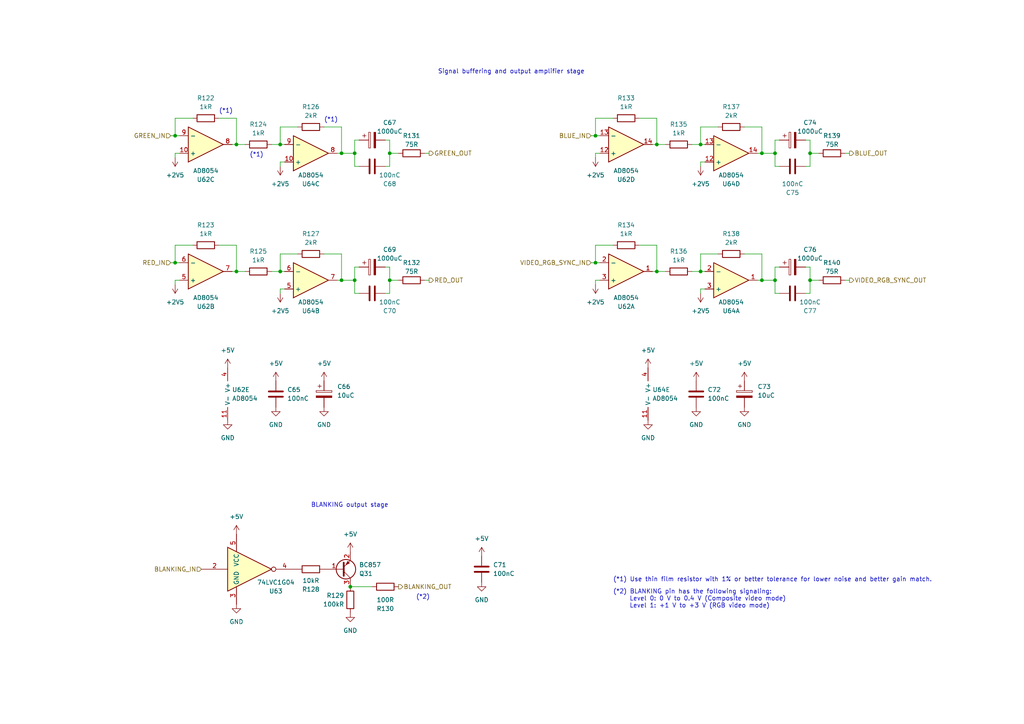
<source format=kicad_sch>
(kicad_sch (version 20230121) (generator eeschema)
  (paper "A4")
  (lib_symbols
    (symbol "74xGxx:74AHC1G04"
      (property "Reference" "U" (at -2.54 3.81 0))
      (property "Value" "74AHC1G04" (at 0 -3.81 0))
      (symbol "74AHC1G04_0_1"
        (polyline (pts (xy -7.62 6.35) (xy -7.62 -6.35) (xy 5.08 0) (xy -7.62 6.35)) (stroke (width 0.254)) (fill (type background)))
      )
      (symbol "74AHC1G04_1_1"
        (pin input line (at -15.24 0 0) (length 7.62) (name "~") (number "2"))
        (pin power_in line (at -5.08 -10.16 90) (length 5.08) (name "GND") (number "3"))
        (pin output inverted (at 12.7 0 180) (length 7.62) (name "~") (number "4"))
        (pin power_in line (at -5.08 10.16 270) (length 5.08) (name "VCC") (number "5"))
      )
    )
    (symbol "Amplifier_Operational:ADA4610-4xR"
      (property "Reference" "U" (at 0 3.81 0))
      (property "Value" "ADA4610-4xR" (at 0 -3.81 0))
      (symbol "ADA4610-4xR_1_1"
        (polyline (pts (xy -5.08 5.08) (xy 5.08 0) (xy -5.08 -5.08) (xy -5.08 5.08)) (stroke (width 0.254)) (fill (type background)))
        (pin output line (at 7.62 0 180) (length 2.54) (name "~") (number "1"))
        (pin input line (at -7.62 -2.54 0) (length 2.54) (name "-") (number "2"))
        (pin input line (at -7.62 2.54 0) (length 2.54) (name "+") (number "3"))
      )
      (symbol "ADA4610-4xR_2_1"
        (polyline (pts (xy -5.08 5.08) (xy 5.08 0) (xy -5.08 -5.08) (xy -5.08 5.08)) (stroke (width 0.254)) (fill (type background)))
        (pin input line (at -7.62 2.54 0) (length 2.54) (name "+") (number "5"))
        (pin input line (at -7.62 -2.54 0) (length 2.54) (name "-") (number "6"))
        (pin output line (at 7.62 0 180) (length 2.54) (name "~") (number "7"))
      )
      (symbol "ADA4610-4xR_3_1"
        (polyline (pts (xy -5.08 5.08) (xy 5.08 0) (xy -5.08 -5.08) (xy -5.08 5.08)) (stroke (width 0.254)) (fill (type background)))
        (pin input line (at -7.62 2.54 0) (length 2.54) (name "+") (number "10"))
        (pin output line (at 7.62 0 180) (length 2.54) (name "~") (number "8"))
        (pin input line (at -7.62 -2.54 0) (length 2.54) (name "-") (number "9"))
      )
      (symbol "ADA4610-4xR_4_1"
        (polyline (pts (xy -5.08 5.08) (xy 5.08 0) (xy -5.08 -5.08) (xy -5.08 5.08)) (stroke (width 0.254)) (fill (type background)))
        (pin input line (at -7.62 2.54 0) (length 2.54) (name "+") (number "12"))
        (pin input line (at -7.62 -2.54 0) (length 2.54) (name "-") (number "13"))
        (pin output line (at 7.62 0 180) (length 2.54) (name "~") (number "14"))
      )
      (symbol "ADA4610-4xR_5_1"
        (pin power_in line (at -2.54 -7.62 90) (length 3.81) (name "V-") (number "11"))
        (pin power_in line (at -2.54 7.62 270) (length 3.81) (name "V+") (number "4"))
      )
    )
    (symbol "Device:C" (pin_numbers hide) (pin_names (offset 0.254))
      (property "Reference" "C" (at 0.635 2.54 0))
      (property "Value" "C" (at 0.635 -2.54 0))
      (symbol "C_0_1"
        (polyline (pts (xy -2.032 -0.762) (xy 2.032 -0.762)) (stroke (width 0.508)))
        (polyline (pts (xy -2.032 0.762) (xy 2.032 0.762)) (stroke (width 0.508)))
      )
      (symbol "C_1_1"
        (pin passive line (at 0 3.81 270) (length 2.794) (name "~") (number "1"))
        (pin passive line (at 0 -3.81 90) (length 2.794) (name "~") (number "2"))
      )
    )
    (symbol "Device:C_Polarized" (pin_numbers hide) (pin_names (offset 0.254))
      (property "Reference" "C" (at 0.635 2.54 0))
      (property "Value" "C_Polarized" (at 0.635 -2.54 0))
      (symbol "C_Polarized_0_1"
        (rectangle (start -2.286 0.508) (end 2.286 1.016))
        (polyline (pts (xy -1.778 2.286) (xy -0.762 2.286)))
        (polyline (pts (xy -1.27 2.794) (xy -1.27 1.778)))
        (rectangle (start 2.286 -0.508) (end -2.286 -1.016) (fill (type outline)))
      )
      (symbol "C_Polarized_1_1"
        (pin passive line (at 0 3.81 270) (length 2.794) (name "~") (number "1"))
        (pin passive line (at 0 -3.81 90) (length 2.794) (name "~") (number "2"))
      )
    )
    (symbol "Device:R" (pin_numbers hide) (pin_names (offset 0))
      (property "Reference" "R" (at 2.032 0 90))
      (property "Value" "R" (at 0 0 90))
      (symbol "R_0_1"
        (rectangle (start -1.016 -2.54) (end 1.016 2.54) (stroke (width 0.254)))
      )
      (symbol "R_1_1"
        (pin passive line (at 0 3.81 270) (length 1.27) (name "~") (number "1"))
        (pin passive line (at 0 -3.81 90) (length 1.27) (name "~") (number "2"))
      )
    )
    (symbol "Transistor_BJT:BC857" (pin_names (offset 0) hide)
      (property "Reference" "Q" (at 5.08 1.905 0))
      (property "Value" "BC857" (at 5.08 0 0))
      (symbol "BC857_0_1"
        (polyline (pts (xy 0.635 0.635) (xy 2.54 2.54)))
        (polyline (pts (xy 0.635 -0.635) (xy 2.54 -2.54) (xy 2.54 -2.54)))
        (polyline (pts (xy 0.635 1.905) (xy 0.635 -1.905) (xy 0.635 -1.905)) (stroke (width 0.508)))
        (polyline (pts (xy 2.286 -1.778) (xy 1.778 -2.286) (xy 1.27 -1.27) (xy 2.286 -1.778) (xy 2.286 -1.778)) (fill (type outline)))
        (circle (center 1.27 0) (radius 2.8194) (stroke (width 0.254)))
      )
      (symbol "BC857_1_1"
        (pin input line (at -5.08 0 0) (length 5.715) (name "B") (number "1"))
        (pin passive line (at 2.54 -5.08 90) (length 2.54) (name "E") (number "2"))
        (pin passive line (at 2.54 5.08 270) (length 2.54) (name "C") (number "3"))
      )
    )
    (symbol "power:+2V5" (power) (pin_names (offset 0))
      (property "Value" "+2V5" (at 0 3.556 0))
      (symbol "+2V5_0_1"
        (polyline (pts (xy -0.762 1.27) (xy 0 2.54)))
        (polyline (pts (xy 0 0) (xy 0 2.54)))
        (polyline (pts (xy 0 2.54) (xy 0.762 1.27)))
      )
      (symbol "+2V5_1_1"
        (pin power_in line (at 0 0 90) (length 0) hide (name "+2V5") (number "1"))
      )
    )
    (symbol "power:+5V" (power) (pin_names (offset 0))
      (property "Value" "+5V" (at 0 3.556 0))
      (symbol "+5V_0_1"
        (polyline (pts (xy -0.762 1.27) (xy 0 2.54)))
        (polyline (pts (xy 0 0) (xy 0 2.54)))
        (polyline (pts (xy 0 2.54) (xy 0.762 1.27)))
      )
      (symbol "+5V_1_1"
        (pin power_in line (at 0 0 90) (length 0) hide (name "+5V") (number "1"))
      )
    )
    (symbol "power:GND" (power) (pin_names (offset 0))
      (property "Value" "GND" (at 0 -3.81 0))
      (symbol "GND_0_1"
        (polyline (pts (xy 0 0) (xy 0 -1.27) (xy 1.27 -1.27) (xy 0 -2.54) (xy -1.27 -1.27) (xy 0 -1.27)))
      )
      (symbol "GND_1_1"
        (pin power_in line (at 0 0 270) (length 0) hide (name "GND") (number "1"))
      )
    )
  )
  (junction (at 50.8 76.2))
  (junction (at 220.98 81.28))
  (junction (at 68.58 41.91))
  (junction (at 190.5 41.91))
  (junction (at 234.95 81.28))
  (junction (at 99.06 81.28))
  (junction (at 50.8 39.37))
  (junction (at 113.03 44.45))
  (junction (at 81.28 41.91))
  (junction (at 102.87 81.28))
  (junction (at 203.2 41.91))
  (junction (at 102.87 44.45))
  (junction (at 234.95 44.45))
  (junction (at 99.06 44.45))
  (junction (at 172.72 76.2))
  (junction (at 113.03 81.28))
  (junction (at 68.58 78.74))
  (junction (at 203.2 78.74))
  (junction (at 224.79 81.28))
  (junction (at 101.6 170.18))
  (junction (at 172.72 39.37))
  (junction (at 190.5 78.74))
  (junction (at 224.79 44.45))
  (junction (at 220.98 44.45))
  (junction (at 81.28 78.74))
  (wire (pts (xy 173.99 81.28) (xy 172.72 81.28)))
  (wire (pts (xy 67.31 41.91) (xy 68.58 41.91)))
  (wire (pts (xy 185.42 71.12) (xy 190.5 71.12)))
  (wire (pts (xy 224.79 81.28) (xy 224.79 85.09)))
  (wire (pts (xy 55.88 34.29) (xy 50.8 34.29)))
  (wire (pts (xy 172.72 44.45) (xy 172.72 45.72)))
  (wire (pts (xy 172.72 34.29) (xy 177.8 34.29)))
  (wire (pts (xy 203.2 36.83) (xy 203.2 41.91)))
  (wire (pts (xy 234.95 48.26) (xy 233.68 48.26)))
  (wire (pts (xy 215.9 73.66) (xy 220.98 73.66)))
  (wire (pts (xy 99.06 81.28) (xy 102.87 81.28)))
  (wire (pts (xy 49.53 76.2) (xy 50.8 76.2)))
  (wire (pts (xy 177.8 71.12) (xy 172.72 71.12)))
  (wire (pts (xy 50.8 81.28) (xy 50.8 82.55)))
  (wire (pts (xy 99.06 44.45) (xy 102.87 44.45)))
  (wire (pts (xy 102.87 40.64) (xy 104.14 40.64)))
  (wire (pts (xy 113.03 81.28) (xy 113.03 85.09)))
  (wire (pts (xy 203.2 78.74) (xy 204.47 78.74)))
  (wire (pts (xy 113.03 48.26) (xy 111.76 48.26)))
  (wire (pts (xy 50.8 76.2) (xy 52.07 76.2)))
  (wire (pts (xy 124.46 44.45) (xy 123.19 44.45)))
  (wire (pts (xy 81.28 83.82) (xy 81.28 85.09)))
  (wire (pts (xy 233.68 40.64) (xy 234.95 40.64)))
  (wire (pts (xy 234.95 81.28) (xy 234.95 85.09)))
  (wire (pts (xy 81.28 73.66) (xy 81.28 78.74)))
  (wire (pts (xy 224.79 44.45) (xy 224.79 48.26)))
  (wire (pts (xy 172.72 81.28) (xy 172.72 82.55)))
  (wire (pts (xy 78.74 41.91) (xy 81.28 41.91)))
  (wire (pts (xy 113.03 44.45) (xy 113.03 48.26)))
  (wire (pts (xy 220.98 44.45) (xy 219.71 44.45)))
  (wire (pts (xy 234.95 44.45) (xy 234.95 48.26)))
  (wire (pts (xy 220.98 81.28) (xy 224.79 81.28)))
  (wire (pts (xy 55.88 71.12) (xy 50.8 71.12)))
  (wire (pts (xy 190.5 78.74) (xy 193.04 78.74)))
  (wire (pts (xy 68.58 34.29) (xy 68.58 41.91)))
  (wire (pts (xy 172.72 39.37) (xy 172.72 34.29)))
  (wire (pts (xy 208.28 36.83) (xy 203.2 36.83)))
  (wire (pts (xy 234.95 81.28) (xy 237.49 81.28)))
  (wire (pts (xy 68.58 41.91) (xy 71.12 41.91)))
  (wire (pts (xy 203.2 46.99) (xy 203.2 48.26)))
  (wire (pts (xy 203.2 73.66) (xy 203.2 78.74)))
  (wire (pts (xy 246.38 44.45) (xy 245.11 44.45)))
  (wire (pts (xy 99.06 81.28) (xy 99.06 73.66)))
  (wire (pts (xy 220.98 36.83) (xy 220.98 44.45)))
  (wire (pts (xy 102.87 40.64) (xy 102.87 44.45)))
  (wire (pts (xy 200.66 78.74) (xy 203.2 78.74)))
  (wire (pts (xy 190.5 41.91) (xy 193.04 41.91)))
  (wire (pts (xy 81.28 46.99) (xy 82.55 46.99)))
  (wire (pts (xy 111.76 40.64) (xy 113.03 40.64)))
  (wire (pts (xy 190.5 34.29) (xy 190.5 41.91)))
  (wire (pts (xy 86.36 73.66) (xy 81.28 73.66)))
  (wire (pts (xy 233.68 85.09) (xy 234.95 85.09)))
  (wire (pts (xy 246.38 81.28) (xy 245.11 81.28)))
  (wire (pts (xy 185.42 34.29) (xy 190.5 34.29)))
  (wire (pts (xy 68.58 71.12) (xy 68.58 78.74)))
  (wire (pts (xy 102.87 77.47) (xy 104.14 77.47)))
  (wire (pts (xy 171.45 39.37) (xy 172.72 39.37)))
  (wire (pts (xy 81.28 36.83) (xy 81.28 41.91)))
  (wire (pts (xy 203.2 46.99) (xy 204.47 46.99)))
  (wire (pts (xy 200.66 41.91) (xy 203.2 41.91)))
  (wire (pts (xy 113.03 40.64) (xy 113.03 44.45)))
  (wire (pts (xy 93.98 73.66) (xy 99.06 73.66)))
  (wire (pts (xy 224.79 77.47) (xy 224.79 81.28)))
  (wire (pts (xy 111.76 85.09) (xy 113.03 85.09)))
  (wire (pts (xy 208.28 73.66) (xy 203.2 73.66)))
  (wire (pts (xy 104.14 48.26) (xy 102.87 48.26)))
  (wire (pts (xy 111.76 77.47) (xy 113.03 77.47)))
  (wire (pts (xy 113.03 81.28) (xy 115.57 81.28)))
  (wire (pts (xy 220.98 44.45) (xy 224.79 44.45)))
  (wire (pts (xy 224.79 77.47) (xy 226.06 77.47)))
  (wire (pts (xy 173.99 44.45) (xy 172.72 44.45)))
  (wire (pts (xy 234.95 44.45) (xy 237.49 44.45)))
  (wire (pts (xy 68.58 78.74) (xy 71.12 78.74)))
  (wire (pts (xy 226.06 48.26) (xy 224.79 48.26)))
  (wire (pts (xy 81.28 83.82) (xy 82.55 83.82)))
  (wire (pts (xy 203.2 83.82) (xy 203.2 85.09)))
  (wire (pts (xy 190.5 71.12) (xy 190.5 78.74)))
  (wire (pts (xy 102.87 44.45) (xy 102.87 48.26)))
  (wire (pts (xy 171.45 76.2) (xy 172.72 76.2)))
  (wire (pts (xy 203.2 83.82) (xy 204.47 83.82)))
  (wire (pts (xy 102.87 77.47) (xy 102.87 81.28)))
  (wire (pts (xy 104.14 85.09) (xy 102.87 85.09)))
  (wire (pts (xy 173.99 39.37) (xy 172.72 39.37)))
  (wire (pts (xy 81.28 41.91) (xy 82.55 41.91)))
  (wire (pts (xy 50.8 39.37) (xy 52.07 39.37)))
  (wire (pts (xy 124.46 81.28) (xy 123.19 81.28)))
  (wire (pts (xy 215.9 36.83) (xy 220.98 36.83)))
  (wire (pts (xy 52.07 81.28) (xy 50.8 81.28)))
  (wire (pts (xy 99.06 36.83) (xy 99.06 44.45)))
  (wire (pts (xy 226.06 85.09) (xy 224.79 85.09)))
  (wire (pts (xy 220.98 81.28) (xy 219.71 81.28)))
  (wire (pts (xy 50.8 71.12) (xy 50.8 76.2)))
  (wire (pts (xy 172.72 76.2) (xy 173.99 76.2)))
  (wire (pts (xy 113.03 77.47) (xy 113.03 81.28)))
  (wire (pts (xy 93.98 36.83) (xy 99.06 36.83)))
  (wire (pts (xy 224.79 40.64) (xy 224.79 44.45)))
  (wire (pts (xy 99.06 44.45) (xy 97.79 44.45)))
  (wire (pts (xy 172.72 71.12) (xy 172.72 76.2)))
  (wire (pts (xy 68.58 78.74) (xy 67.31 78.74)))
  (wire (pts (xy 49.53 39.37) (xy 50.8 39.37)))
  (wire (pts (xy 63.5 34.29) (xy 68.58 34.29)))
  (wire (pts (xy 233.68 77.47) (xy 234.95 77.47)))
  (wire (pts (xy 50.8 44.45) (xy 52.07 44.45)))
  (wire (pts (xy 203.2 41.91) (xy 204.47 41.91)))
  (wire (pts (xy 224.79 40.64) (xy 226.06 40.64)))
  (wire (pts (xy 190.5 78.74) (xy 189.23 78.74)))
  (wire (pts (xy 81.28 78.74) (xy 82.55 78.74)))
  (wire (pts (xy 50.8 34.29) (xy 50.8 39.37)))
  (wire (pts (xy 190.5 41.91) (xy 189.23 41.91)))
  (wire (pts (xy 220.98 73.66) (xy 220.98 81.28)))
  (wire (pts (xy 81.28 46.99) (xy 81.28 48.26)))
  (wire (pts (xy 101.6 170.18) (xy 107.95 170.18)))
  (wire (pts (xy 113.03 44.45) (xy 115.57 44.45)))
  (wire (pts (xy 234.95 40.64) (xy 234.95 44.45)))
  (wire (pts (xy 97.79 81.28) (xy 99.06 81.28)))
  (wire (pts (xy 63.5 71.12) (xy 68.58 71.12)))
  (wire (pts (xy 78.74 78.74) (xy 81.28 78.74)))
  (wire (pts (xy 234.95 77.47) (xy 234.95 81.28)))
  (wire (pts (xy 102.87 81.28) (xy 102.87 85.09)))
  (wire (pts (xy 86.36 36.83) (xy 81.28 36.83)))
  (wire (pts (xy 50.8 44.45) (xy 50.8 45.72)))
  (text "(*1)" (at 93.98 35.56 0) (effects (font (size 1.27 1.27)) (justify left bottom)))
  (text "(*1) Use thin film resistor with 1% or better tolerance for lower noise and better gain match." (at 177.8 168.91 0) (effects (font (size 1.27 1.27)) (justify left bottom)))
  (text "(*2)" (at 120.65 173.99 0) (effects (font (size 1.27 1.27)) (justify left bottom)))
  (text "Signal buffering and output amplifier stage" (at 127 21.59 0) (effects (font (size 1.27 1.27)) (justify left bottom)))
  (text "(*1)" (at 72.39 45.72 0) (effects (font (size 1.27 1.27)) (justify left bottom)))
  (text "(*1)" (at 63.5 33.02 0) (effects (font (size 1.27 1.27)) (justify left bottom)))
  (text "BLANKING output stage" (at 90.17 147.32 0) (effects (font (size 1.27 1.27)) (justify left bottom)))
  (text "(*2) BLANKING pin has the following signaling:\n	Level 0: 0 V to 0.4 V (Composite video mode)\n	Level 1: +1 V to +3 V (RGB video mode)" (at 177.8 176.53 0) (effects (font (size 1.27 1.27)) (justify left bottom)))
  (hierarchical_label "GREEN_IN" (shape input) (at 49.53 39.37 180))
  (hierarchical_label "GREEN_OUT" (shape output) (at 124.46 44.45 0))
  (hierarchical_label "RED_OUT" (shape output) (at 124.46 81.28 0))
  (hierarchical_label "VIDEO_RGB_SYNC_OUT" (shape output) (at 246.38 81.28 0))
  (hierarchical_label "BLUE_IN" (shape input) (at 171.45 39.37 180))
  (hierarchical_label "BLUE_OUT" (shape output) (at 246.38 44.45 0))
  (hierarchical_label "RED_IN" (shape input) (at 49.53 76.2 180))
  (hierarchical_label "BLANKING_IN" (shape input) (at 58.42 165.1 180))
  (hierarchical_label "BLANKING_OUT" (shape output) (at 115.57 170.18 0))
  (hierarchical_label "VIDEO_RGB_SYNC_IN" (shape input) (at 171.45 76.2 180))
  (symbol (lib_id "Device:C_Polarized") (at 229.87 40.64 90) (mirror x) (unit 1)
    (property "Reference" "C74" (at 234.95 35.56 90))
    (property "Value" "1000uC" (at 234.95 38.1 90))
    (property "Footprint" "Capacitor_SMD:CP_Elec_10x10.5" (effects hide))
    (property "Datasheet" "https://datasheet.lcsc.com/lcsc/2304140030_PANASONIC-EEEFT1C102AP_C178587.pdf" (effects hide))
    (property "Status" "OK" (effects hide))
    (property "MPN" "EEEFT1C102AP" (effects hide))
  )
  (symbol (lib_id "power:+2V5") (at 203.2 85.09 180) (unit 1)
    (property "Reference" "#PWR0442" (effects hide))
    (property "Value" "+2V5" (at 203.2 90.17 0))
  )
  (symbol (lib_id "power:GND") (at 80.01 118.11 0) (unit 1)
    (property "Reference" "#PWR0426" (effects hide))
    (property "Value" "GND" (at 80.01 123.19 0))
  )
  (symbol (lib_id "Device:C") (at 80.01 114.3 0) (unit 1)
    (property "Reference" "C65" (at 83.312 113.03 0) (effects (justify left)))
    (property "Value" "100nC" (at 83.312 115.57 0) (effects (justify left)))
    (property "Footprint" "Capacitor_SMD:C_0805_2012Metric" (effects hide))
    (property "Datasheet" "https://datasheet.lcsc.com/lcsc/1810191215_Samsung-Electro-Mechanics-CL21B104KBCNNNC_C1711.pdf" (effects hide))
    (property "MPN" "CL21B104KBCNNNC" (effects hide))
  )
  (symbol (lib_id "Amplifier_Operational:ADA4610-4xR") (at 190.5 114.3 0) (unit 5)
    (property "Reference" "U64" (at 189.23 113.03 0) (effects (justify left)))
    (property "Value" "AD8054" (at 189.23 115.57 0) (effects (justify left)))
    (property "Footprint" "Package_SO:TSSOP-14_4.4x5mm_P0.65mm" (effects hide))
    (property "Datasheet" "https://datasheet.lcsc.com/lcsc/2310091129_Analog-Devices-AD8054ARU-REEL_C4368882.pdf" (effects hide))
    (property "MPN" "GS8054-TR" (effects hide))
  )
  (symbol (lib_id "Device:R") (at 241.3 81.28 90) (unit 1)
    (property "Reference" "R140" (at 241.3 76.2 90))
    (property "Value" "75R" (at 241.3 78.74 90))
    (property "Footprint" "Resistor_SMD:R_1210_3225Metric" (effects hide))
  )
  (symbol (lib_id "Amplifier_Operational:ADA4610-4xR") (at 212.09 44.45 0) (mirror x) (unit 4)
    (property "Reference" "U64" (at 212.09 53.34 0))
    (property "Value" "AD8054" (at 212.09 50.8 0))
    (property "Footprint" "Package_SO:TSSOP-14_4.4x5mm_P0.65mm" (effects hide))
    (property "Datasheet" "https://datasheet.lcsc.com/lcsc/2310091129_Analog-Devices-AD8054ARU-REEL_C4368882.pdf" (effects hide))
    (property "MPN" "GS8054-TR" (effects hide))
  )
  (symbol (lib_id "Device:R") (at 59.69 34.29 90) (unit 1)
    (property "Reference" "R122" (at 59.69 28.448 90))
    (property "Value" "1kR" (at 59.69 30.988 90))
    (property "Footprint" "Resistor_SMD:R_0805_2012Metric" (effects hide))
  )
  (symbol (lib_id "Device:R") (at 181.61 71.12 90) (unit 1)
    (property "Reference" "R134" (at 181.61 65.278 90))
    (property "Value" "1kR" (at 181.61 67.818 90))
    (property "Footprint" "Resistor_SMD:R_0805_2012Metric" (effects hide))
  )
  (symbol (lib_id "Device:R") (at 90.17 165.1 90) (mirror x) (unit 1)
    (property "Reference" "R128" (at 90.17 170.942 90))
    (property "Value" "10kR" (at 90.17 168.402 90))
    (property "Footprint" "Resistor_SMD:R_0805_2012Metric" (effects hide))
    (property "Datasheet" "https://datasheet.lcsc.com/lcsc/1810201611_YAGEO-RC0805FR-0710KL_C84376.pdf" (effects hide))
    (property "MPN" "RC0805FR-0710KL" (effects hide))
  )
  (symbol (lib_id "power:+5V") (at 187.96 106.68 0) (unit 1)
    (property "Reference" "#PWR0437" (effects hide))
    (property "Value" "+5V" (at 187.96 101.6 0))
  )
  (symbol (lib_id "power:+2V5") (at 50.8 45.72 180) (unit 1)
    (property "Reference" "#PWR0419" (effects hide))
    (property "Value" "+2V5" (at 50.8 50.8 0))
  )
  (symbol (lib_id "Amplifier_Operational:ADA4610-4xR") (at 90.17 81.28 0) (mirror x) (unit 2)
    (property "Reference" "U64" (at 90.17 90.17 0))
    (property "Value" "AD8054" (at 90.17 87.63 0))
    (property "Footprint" "Package_SO:TSSOP-14_4.4x5mm_P0.65mm" (effects hide))
    (property "Datasheet" "https://datasheet.lcsc.com/lcsc/2310091129_Analog-Devices-AD8054ARU-REEL_C4368882.pdf" (effects hide))
    (property "MPN" "GS8054-TR" (effects hide))
  )
  (symbol (lib_id "power:+2V5") (at 81.28 48.26 180) (unit 1)
    (property "Reference" "#PWR0427" (effects hide))
    (property "Value" "+2V5" (at 81.28 53.34 0))
  )
  (symbol (lib_id "Device:C") (at 229.87 85.09 270) (mirror x) (unit 1)
    (property "Reference" "C77" (at 234.95 90.17 90))
    (property "Value" "100nC" (at 234.95 87.63 90))
    (property "Footprint" "Capacitor_SMD:C_0805_2012Metric" (effects hide))
    (property "Datasheet" "https://datasheet.lcsc.com/lcsc/1810191215_Samsung-Electro-Mechanics-CL21B104KBCNNNC_C1711.pdf" (effects hide))
    (property "MPN" "CL21B104KBCNNNC" (effects hide))
  )
  (symbol (lib_id "power:+5V") (at 101.6 160.02 0) (unit 1)
    (property "Reference" "#PWR0431" (effects hide))
    (property "Value" "+5V" (at 101.6 154.94 0))
  )
  (symbol (lib_id "Device:C") (at 139.7 165.1 0) (unit 1)
    (property "Reference" "C71" (at 143.002 163.83 0) (effects (justify left)))
    (property "Value" "100nC" (at 143.002 166.37 0) (effects (justify left)))
    (property "Footprint" "Capacitor_SMD:C_0805_2012Metric" (effects hide))
    (property "Datasheet" "https://datasheet.lcsc.com/lcsc/1810191215_Samsung-Electro-Mechanics-CL21B104KBCNNNC_C1711.pdf" (effects hide))
    (property "MPN" "CL21B104KBCNNNC" (effects hide))
  )
  (symbol (lib_id "Device:C") (at 107.95 85.09 270) (mirror x) (unit 1)
    (property "Reference" "C70" (at 113.03 90.17 90))
    (property "Value" "100nC" (at 113.03 87.63 90))
    (property "Footprint" "Capacitor_SMD:C_0805_2012Metric" (effects hide))
    (property "Datasheet" "https://datasheet.lcsc.com/lcsc/1810191215_Samsung-Electro-Mechanics-CL21B104KBCNNNC_C1711.pdf" (effects hide))
    (property "MPN" "CL21B104KBCNNNC" (effects hide))
  )
  (symbol (lib_id "power:+2V5") (at 50.8 82.55 180) (unit 1)
    (property "Reference" "#PWR0420" (effects hide))
    (property "Value" "+2V5" (at 50.8 87.63 0))
  )
  (symbol (lib_id "Device:C") (at 107.95 48.26 270) (mirror x) (unit 1)
    (property "Reference" "C68" (at 113.03 53.34 90))
    (property "Value" "100nC" (at 113.03 50.8 90))
    (property "Footprint" "Capacitor_SMD:C_0805_2012Metric" (effects hide))
    (property "Datasheet" "https://datasheet.lcsc.com/lcsc/1810191215_Samsung-Electro-Mechanics-CL21B104KBCNNNC_C1711.pdf" (effects hide))
    (property "MPN" "CL21B104KBCNNNC" (effects hide))
  )
  (symbol (lib_id "Device:R") (at 111.76 170.18 270) (mirror x) (unit 1)
    (property "Reference" "R130" (at 111.76 176.53 90))
    (property "Value" "100R" (at 111.76 173.99 90))
    (property "Footprint" "Resistor_SMD:R_0805_2012Metric" (effects hide))
  )
  (symbol (lib_id "Device:C_Polarized") (at 107.95 40.64 90) (mirror x) (unit 1)
    (property "Reference" "C67" (at 113.03 35.56 90))
    (property "Value" "1000uC" (at 113.03 38.1 90))
    (property "Footprint" "Capacitor_SMD:CP_Elec_10x10.5" (effects hide))
    (property "Datasheet" "https://datasheet.lcsc.com/lcsc/2304140030_PANASONIC-EEEFT1C102AP_C178587.pdf" (effects hide))
    (property "Status" "OK" (effects hide))
    (property "MPN" "EEEFT1C102AP" (effects hide))
  )
  (symbol (lib_id "Transistor_BJT:BC857") (at 99.06 165.1 0) (mirror x) (unit 1)
    (property "Reference" "Q31" (at 104.14 166.37 0) (effects (justify left)))
    (property "Value" "BC857" (at 104.14 163.83 0) (effects (justify left)))
    (property "Footprint" "Package_TO_SOT_SMD:SOT-23" (effects hide))
    (property "Datasheet" "https://datasheet.lcsc.com/lcsc/2304140030_Nexperia-BC857C-215_C8666.pdf" (effects hide))
    (property "Status" "OK" (effects hide))
    (property "MPN" "BC857C,215" (effects hide))
  )
  (symbol (lib_id "power:GND") (at 101.6 177.8 0) (unit 1)
    (property "Reference" "#PWR0432" (effects hide))
    (property "Value" "GND" (at 101.6 182.88 0))
  )
  (symbol (lib_id "Device:C_Polarized") (at 215.9 114.3 0) (unit 1)
    (property "Reference" "C73" (at 219.71 112.141 0) (effects (justify left)))
    (property "Value" "10uC" (at 219.71 114.681 0) (effects (justify left)))
    (property "Footprint" "Capacitor_SMD:CP_Elec_6.3x5.4" (effects hide))
    (property "Datasheet" "https://datasheet.lcsc.com/lcsc/2304140030_Nichicon-UWX1H100MCL1GB_C134237.pdf" (effects hide))
    (property "MPN" "UWX1H100MCL1GB" (effects hide))
    (property "Status" "OK" (effects hide))
  )
  (symbol (lib_id "Device:R") (at 196.85 41.91 90) (unit 1)
    (property "Reference" "R135" (at 196.85 36.068 90))
    (property "Value" "1kR" (at 196.85 38.608 90))
    (property "Footprint" "Resistor_SMD:R_0805_2012Metric" (effects hide))
  )
  (symbol (lib_id "Device:C_Polarized") (at 229.87 77.47 90) (mirror x) (unit 1)
    (property "Reference" "C76" (at 234.95 72.39 90))
    (property "Value" "1000uC" (at 234.95 74.93 90))
    (property "Footprint" "Capacitor_SMD:CP_Elec_10x10.5" (effects hide))
    (property "Datasheet" "https://datasheet.lcsc.com/lcsc/2304140030_PANASONIC-EEEFT1C102AP_C178587.pdf" (effects hide))
    (property "Status" "OK" (effects hide))
    (property "MPN" "EEEFT1C102AP" (effects hide))
  )
  (symbol (lib_id "power:+5V") (at 201.93 110.49 0) (unit 1)
    (property "Reference" "#PWR0439" (effects hide))
    (property "Value" "+5V" (at 201.93 105.41 0))
  )
  (symbol (lib_id "Device:R") (at 119.38 44.45 90) (unit 1)
    (property "Reference" "R131" (at 119.38 39.37 90))
    (property "Value" "75R" (at 119.38 41.91 90))
    (property "Footprint" "Resistor_SMD:R_1210_3225Metric" (effects hide))
  )
  (symbol (lib_id "Amplifier_Operational:ADA4610-4xR") (at 181.61 41.91 0) (mirror x) (unit 4)
    (property "Reference" "U62" (at 181.61 52.07 0))
    (property "Value" "AD8054" (at 181.61 49.53 0))
    (property "Footprint" "Package_SO:TSSOP-14_4.4x5mm_P0.65mm" (effects hide))
    (property "Datasheet" "https://datasheet.lcsc.com/lcsc/2310091129_Analog-Devices-AD8054ARU-REEL_C4368882.pdf" (effects hide))
    (property "MPN" "GS8054-TR" (effects hide))
  )
  (symbol (lib_id "power:GND") (at 187.96 121.92 0) (unit 1)
    (property "Reference" "#PWR0438" (effects hide))
    (property "Value" "GND" (at 187.96 127 0))
  )
  (symbol (lib_id "Device:R") (at 241.3 44.45 90) (unit 1)
    (property "Reference" "R139" (at 241.3 39.37 90))
    (property "Value" "75R" (at 241.3 41.91 90))
    (property "Footprint" "Resistor_SMD:R_1210_3225Metric" (effects hide))
  )
  (symbol (lib_id "Device:R") (at 90.17 36.83 90) (unit 1)
    (property "Reference" "R126" (at 90.17 30.988 90))
    (property "Value" "2kR" (at 90.17 33.528 90))
    (property "Footprint" "Resistor_SMD:R_0805_2012Metric" (effects hide))
  )
  (symbol (lib_id "Device:R") (at 90.17 73.66 90) (unit 1)
    (property "Reference" "R127" (at 90.17 67.818 90))
    (property "Value" "2kR" (at 90.17 70.358 90))
    (property "Footprint" "Resistor_SMD:R_0805_2012Metric" (effects hide))
  )
  (symbol (lib_id "Device:R") (at 181.61 34.29 90) (unit 1)
    (property "Reference" "R133" (at 181.61 28.448 90))
    (property "Value" "1kR" (at 181.61 30.988 90))
    (property "Footprint" "Resistor_SMD:R_0805_2012Metric" (effects hide))
  )
  (symbol (lib_id "Device:R") (at 196.85 78.74 90) (unit 1)
    (property "Reference" "R136" (at 196.85 72.898 90))
    (property "Value" "1kR" (at 196.85 75.438 90))
    (property "Footprint" "Resistor_SMD:R_0805_2012Metric" (effects hide))
  )
  (symbol (lib_id "Amplifier_Operational:ADA4610-4xR") (at 59.69 78.74 0) (mirror x) (unit 2)
    (property "Reference" "U62" (at 59.69 88.9 0))
    (property "Value" "AD8054" (at 59.69 86.36 0))
    (property "Footprint" "Package_SO:TSSOP-14_4.4x5mm_P0.65mm" (effects hide))
    (property "Datasheet" "https://datasheet.lcsc.com/lcsc/2310091129_Analog-Devices-AD8054ARU-REEL_C4368882.pdf" (effects hide))
    (property "MPN" "GS8054-TR" (effects hide))
  )
  (symbol (lib_id "Device:R") (at 101.6 173.99 0) (mirror y) (unit 1)
    (property "Reference" "R129" (at 99.822 172.72 0) (effects (justify left)))
    (property "Value" "100kR" (at 99.822 175.26 0) (effects (justify left)))
    (property "Footprint" "Resistor_SMD:R_0805_2012Metric" (effects hide))
  )
  (symbol (lib_id "power:GND") (at 93.98 118.11 0) (unit 1)
    (property "Reference" "#PWR0430" (effects hide))
    (property "Value" "GND" (at 93.98 123.19 0))
  )
  (symbol (lib_id "Amplifier_Operational:ADA4610-4xR") (at 68.58 114.3 0) (unit 5)
    (property "Reference" "U62" (at 67.31 113.03 0) (effects (justify left)))
    (property "Value" "AD8054" (at 67.31 115.57 0) (effects (justify left)))
    (property "Footprint" "Package_SO:TSSOP-14_4.4x5mm_P0.65mm" (effects hide))
    (property "Datasheet" "https://datasheet.lcsc.com/lcsc/2310091129_Analog-Devices-AD8054ARU-REEL_C4368882.pdf" (effects hide))
    (property "MPN" "GS8054-TR" (effects hide))
  )
  (symbol (lib_id "Device:C_Polarized") (at 93.98 114.3 0) (unit 1)
    (property "Reference" "C66" (at 97.79 112.141 0) (effects (justify left)))
    (property "Value" "10uC" (at 97.79 114.681 0) (effects (justify left)))
    (property "Footprint" "Capacitor_SMD:CP_Elec_6.3x5.4" (effects hide))
    (property "Datasheet" "https://datasheet.lcsc.com/lcsc/2304140030_Nichicon-UWX1H100MCL1GB_C134237.pdf" (effects hide))
    (property "MPN" "UWX1H100MCL1GB" (effects hide))
    (property "Status" "OK" (effects hide))
  )
  (symbol (lib_id "Device:R") (at 74.93 78.74 90) (unit 1)
    (property "Reference" "R125" (at 74.93 72.898 90))
    (property "Value" "1kR" (at 74.93 75.438 90))
    (property "Footprint" "Resistor_SMD:R_0805_2012Metric" (effects hide))
  )
  (symbol (lib_id "power:+2V5") (at 172.72 82.55 180) (unit 1)
    (property "Reference" "#PWR0436" (effects hide))
    (property "Value" "+2V5" (at 172.72 87.63 0))
  )
  (symbol (lib_id "Device:R") (at 212.09 73.66 90) (unit 1)
    (property "Reference" "R138" (at 212.09 67.818 90))
    (property "Value" "2kR" (at 212.09 70.358 90))
    (property "Footprint" "Resistor_SMD:R_0805_2012Metric" (effects hide))
  )
  (symbol (lib_id "Device:C_Polarized") (at 107.95 77.47 90) (mirror x) (unit 1)
    (property "Reference" "C69" (at 113.03 72.39 90))
    (property "Value" "1000uC" (at 113.03 74.93 90))
    (property "Footprint" "Capacitor_SMD:CP_Elec_10x10.5" (effects hide))
    (property "Datasheet" "https://datasheet.lcsc.com/lcsc/2304140030_PANASONIC-EEEFT1C102AP_C178587.pdf" (effects hide))
    (property "Status" "OK" (effects hide))
    (property "MPN" "EEEFT1C102AP" (effects hide))
  )
  (symbol (lib_id "power:+5V") (at 139.7 161.29 0) (unit 1)
    (property "Reference" "#PWR0433" (effects hide))
    (property "Value" "+5V" (at 139.7 156.21 0))
  )
  (symbol (lib_id "Amplifier_Operational:ADA4610-4xR") (at 181.61 78.74 0) (mirror x) (unit 1)
    (property "Reference" "U62" (at 181.61 88.9 0))
    (property "Value" "AD8054" (at 181.61 86.36 0))
    (property "Footprint" "Package_SO:TSSOP-14_4.4x5mm_P0.65mm" (effects hide))
    (property "Datasheet" "https://datasheet.lcsc.com/lcsc/2310091129_Analog-Devices-AD8054ARU-REEL_C4368882.pdf" (effects hide))
    (property "MPN" "GS8054-TR" (effects hide))
  )
  (symbol (lib_id "Device:R") (at 119.38 81.28 90) (unit 1)
    (property "Reference" "R132" (at 119.38 76.2 90))
    (property "Value" "75R" (at 119.38 78.74 90))
    (property "Footprint" "Resistor_SMD:R_1210_3225Metric" (effects hide))
  )
  (symbol (lib_id "Device:C") (at 201.93 114.3 0) (unit 1)
    (property "Reference" "C72" (at 205.232 113.03 0) (effects (justify left)))
    (property "Value" "100nC" (at 205.232 115.57 0) (effects (justify left)))
    (property "Footprint" "Capacitor_SMD:C_0805_2012Metric" (effects hide))
    (property "Datasheet" "https://datasheet.lcsc.com/lcsc/1810191215_Samsung-Electro-Mechanics-CL21B104KBCNNNC_C1711.pdf" (effects hide))
    (property "MPN" "CL21B104KBCNNNC" (effects hide))
  )
  (symbol (lib_id "power:GND") (at 66.04 121.92 0) (unit 1)
    (property "Reference" "#PWR0422" (effects hide))
    (property "Value" "GND" (at 66.04 127 0))
  )
  (symbol (lib_id "power:+5V") (at 93.98 110.49 0) (unit 1)
    (property "Reference" "#PWR0429" (effects hide))
    (property "Value" "+5V" (at 93.98 105.41 0))
  )
  (symbol (lib_id "Device:R") (at 212.09 36.83 90) (unit 1)
    (property "Reference" "R137" (at 212.09 30.988 90))
    (property "Value" "2kR" (at 212.09 33.528 90))
    (property "Footprint" "Resistor_SMD:R_0805_2012Metric" (effects hide))
  )
  (symbol (lib_id "Amplifier_Operational:ADA4610-4xR") (at 59.69 41.91 0) (mirror x) (unit 3)
    (property "Reference" "U62" (at 59.69 52.07 0))
    (property "Value" "AD8054" (at 59.69 49.53 0))
    (property "Footprint" "Package_SO:TSSOP-14_4.4x5mm_P0.65mm" (effects hide))
    (property "Datasheet" "https://datasheet.lcsc.com/lcsc/2310091129_Analog-Devices-AD8054ARU-REEL_C4368882.pdf" (effects hide))
    (property "MPN" "GS8054-TR" (effects hide))
  )
  (symbol (lib_id "Device:C") (at 229.87 48.26 270) (mirror x) (unit 1)
    (property "Reference" "C75" (at 229.87 55.88 90))
    (property "Value" "100nC" (at 229.87 53.34 90))
    (property "Footprint" "Capacitor_SMD:C_0805_2012Metric" (effects hide))
    (property "Datasheet" "https://datasheet.lcsc.com/lcsc/1810191215_Samsung-Electro-Mechanics-CL21B104KBCNNNC_C1711.pdf" (effects hide))
    (property "MPN" "CL21B104KBCNNNC" (effects hide))
  )
  (symbol (lib_id "power:GND") (at 68.58 175.26 0) (unit 1)
    (property "Reference" "#PWR0424" (effects hide))
    (property "Value" "GND" (at 68.58 180.34 0))
  )
  (symbol (lib_id "power:+2V5") (at 203.2 48.26 180) (unit 1)
    (property "Reference" "#PWR0441" (effects hide))
    (property "Value" "+2V5" (at 203.2 53.34 0))
  )
  (symbol (lib_id "power:+2V5") (at 81.28 85.09 180) (unit 1)
    (property "Reference" "#PWR0428" (effects hide))
    (property "Value" "+2V5" (at 81.28 90.17 0))
  )
  (symbol (lib_id "Device:R") (at 74.93 41.91 90) (unit 1)
    (property "Reference" "R124" (at 74.93 36.068 90))
    (property "Value" "1kR" (at 74.93 38.608 90))
    (property "Footprint" "Resistor_SMD:R_0805_2012Metric" (effects hide))
  )
  (symbol (lib_id "power:+5V") (at 68.58 154.94 0) (unit 1)
    (property "Reference" "#PWR0423" (effects hide))
    (property "Value" "+5V" (at 68.58 149.86 0))
  )
  (symbol (lib_id "power:+5V") (at 80.01 110.49 0) (unit 1)
    (property "Reference" "#PWR0425" (effects hide))
    (property "Value" "+5V" (at 80.01 105.41 0))
  )
  (symbol (lib_id "Device:R") (at 59.69 71.12 90) (unit 1)
    (property "Reference" "R123" (at 59.69 65.278 90))
    (property "Value" "1kR" (at 59.69 67.818 90))
    (property "Footprint" "Resistor_SMD:R_0805_2012Metric" (effects hide))
  )
  (symbol (lib_id "power:+5V") (at 215.9 110.49 0) (unit 1)
    (property "Reference" "#PWR0443" (effects hide))
    (property "Value" "+5V" (at 215.9 105.41 0))
  )
  (symbol (lib_id "power:+2V5") (at 172.72 45.72 180) (unit 1)
    (property "Reference" "#PWR0435" (effects hide))
    (property "Value" "+2V5" (at 172.72 50.8 0))
  )
  (symbol (lib_id "power:GND") (at 215.9 118.11 0) (unit 1)
    (property "Reference" "#PWR0444" (effects hide))
    (property "Value" "GND" (at 215.9 123.19 0))
  )
  (symbol (lib_id "Amplifier_Operational:ADA4610-4xR") (at 212.09 81.28 0) (mirror x) (unit 1)
    (property "Reference" "U64" (at 212.09 90.17 0))
    (property "Value" "AD8054" (at 212.09 87.63 0))
    (property "Footprint" "Package_SO:TSSOP-14_4.4x5mm_P0.65mm" (effects hide))
    (property "Datasheet" "https://datasheet.lcsc.com/lcsc/2310091129_Analog-Devices-AD8054ARU-REEL_C4368882.pdf" (effects hide))
    (property "MPN" "GS8054-TR" (effects hide))
  )
  (symbol (lib_id "power:GND") (at 139.7 168.91 0) (unit 1)
    (property "Reference" "#PWR0434" (effects hide))
    (property "Value" "GND" (at 139.7 173.99 0))
  )
  (symbol (lib_id "Amplifier_Operational:ADA4610-4xR") (at 90.17 44.45 0) (mirror x) (unit 3)
    (property "Reference" "U64" (at 90.17 53.34 0))
    (property "Value" "AD8054" (at 90.17 50.8 0))
    (property "Footprint" "Package_SO:TSSOP-14_4.4x5mm_P0.65mm" (effects hide))
    (property "Datasheet" "https://datasheet.lcsc.com/lcsc/2310091129_Analog-Devices-AD8054ARU-REEL_C4368882.pdf" (effects hide))
    (property "MPN" "GS8054-TR" (effects hide))
  )
  (symbol (lib_id "power:+5V") (at 66.04 106.68 0) (unit 1)
    (property "Reference" "#PWR0421" (effects hide))
    (property "Value" "+5V" (at 66.04 101.6 0))
  )
  (symbol (lib_id "power:GND") (at 201.93 118.11 0) (unit 1)
    (property "Reference" "#PWR0440" (effects hide))
    (property "Value" "GND" (at 201.93 123.19 0))
  )
  (symbol (lib_id "74xGxx:74AHC1G04") (at 73.66 165.1 0) (unit 1)
    (property "Reference" "U63" (at 80.01 171.45 0))
    (property "Value" "74LVC1G04" (at 80.01 168.91 0))
    (property "Footprint" "Package_TO_SOT_SMD:SOT-353_SC-70-5" (effects hide))
    (property "Datasheet" "https://datasheet.lcsc.com/lcsc/1811021113_Texas-Instruments-SN74LVC1G04DCKR_C8207.pdf" (effects hide))
    (property "MPN" "SN74LVC1G04DCKR" (effects hide))
    (property "Status" "OK" (effects hide))
  )
)
</source>
